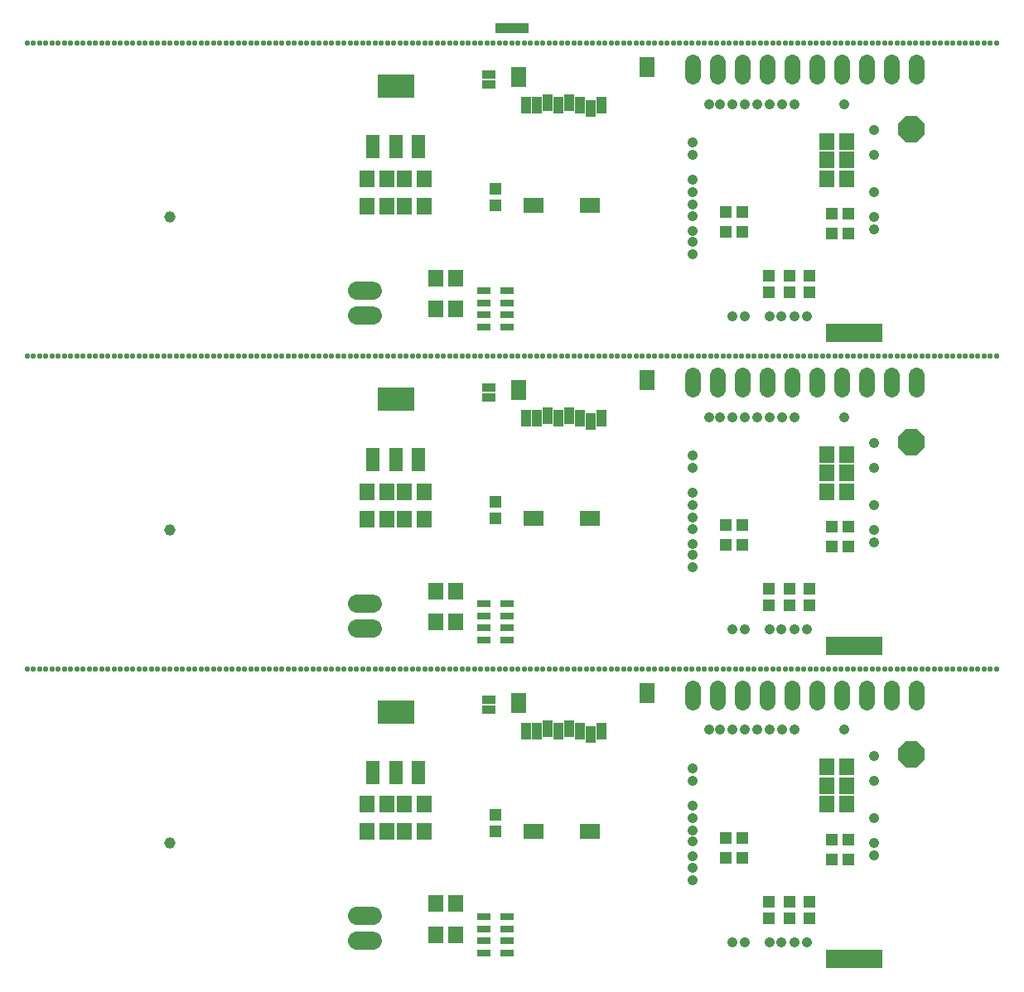
<source format=gbs>
G75*
%MOIN*%
%OFA0B0*%
%FSLAX24Y24*%
%IPPOS*%
%LPD*%
%AMOC8*
5,1,8,0,0,1.08239X$1,22.5*
%
%ADD10R,0.2250X0.0750*%
%ADD11C,0.0454*%
%ADD12C,0.0230*%
%ADD13R,0.1329X0.0394*%
%ADD14R,0.0474X0.0513*%
%ADD15R,0.0513X0.0474*%
%ADD16R,0.0789X0.0631*%
%ADD17R,0.0631X0.0828*%
%ADD18R,0.0395X0.0671*%
%ADD19R,0.0580X0.0330*%
%ADD20R,0.0592X0.0710*%
%ADD21C,0.0640*%
%ADD22OC8,0.1080*%
%ADD23R,0.0560X0.0960*%
%ADD24R,0.1497X0.0946*%
%ADD25C,0.0720*%
%ADD26R,0.0552X0.0277*%
%ADD27C,0.0410*%
D10*
X040185Y002698D03*
X040185Y015296D03*
X040185Y027895D03*
D11*
X012665Y007370D03*
X012665Y019968D03*
X012665Y032567D03*
D12*
X012680Y026978D03*
X012930Y026978D03*
X013180Y026978D03*
X013430Y026978D03*
X013680Y026978D03*
X013930Y026978D03*
X014180Y026978D03*
X014430Y026978D03*
X014680Y026978D03*
X014930Y026978D03*
X015180Y026978D03*
X015430Y026978D03*
X015680Y026978D03*
X015930Y026978D03*
X016180Y026978D03*
X016430Y026978D03*
X016680Y026978D03*
X016930Y026978D03*
X017180Y026978D03*
X017430Y026978D03*
X017680Y026978D03*
X017930Y026978D03*
X018180Y026978D03*
X018430Y026978D03*
X018680Y026978D03*
X018930Y026978D03*
X019180Y026978D03*
X019430Y026978D03*
X019680Y026978D03*
X019930Y026978D03*
X020180Y026978D03*
X020430Y026978D03*
X020680Y026978D03*
X020930Y026978D03*
X021180Y026978D03*
X021430Y026978D03*
X021680Y026978D03*
X021930Y026978D03*
X022180Y026978D03*
X022430Y026978D03*
X022680Y026978D03*
X022930Y026978D03*
X023180Y026978D03*
X023430Y026978D03*
X023680Y026978D03*
X023930Y026978D03*
X024180Y026978D03*
X024430Y026978D03*
X024680Y026978D03*
X024930Y026978D03*
X025180Y026978D03*
X025430Y026978D03*
X025680Y026978D03*
X025930Y026978D03*
X026180Y026978D03*
X026430Y026978D03*
X026680Y026978D03*
X026930Y026978D03*
X027180Y026978D03*
X027430Y026978D03*
X027680Y026978D03*
X027930Y026978D03*
X028180Y026978D03*
X028430Y026978D03*
X028680Y026978D03*
X028930Y026978D03*
X029180Y026978D03*
X029430Y026978D03*
X029680Y026978D03*
X029930Y026978D03*
X030180Y026978D03*
X030430Y026978D03*
X030680Y026978D03*
X030930Y026978D03*
X031180Y026978D03*
X031430Y026978D03*
X031680Y026978D03*
X031930Y026978D03*
X032180Y026978D03*
X032430Y026978D03*
X032680Y026978D03*
X032930Y026978D03*
X033180Y026978D03*
X033430Y026978D03*
X033680Y026978D03*
X033930Y026978D03*
X034180Y026978D03*
X034430Y026978D03*
X034680Y026978D03*
X034930Y026978D03*
X035180Y026978D03*
X035430Y026978D03*
X035680Y026978D03*
X035930Y026978D03*
X036180Y026978D03*
X036430Y026978D03*
X036680Y026978D03*
X036930Y026978D03*
X037180Y026978D03*
X037430Y026978D03*
X037680Y026978D03*
X037930Y026978D03*
X038180Y026978D03*
X038430Y026978D03*
X038680Y026978D03*
X038930Y026978D03*
X039180Y026978D03*
X039430Y026978D03*
X039680Y026978D03*
X039930Y026978D03*
X040180Y026978D03*
X040430Y026978D03*
X040680Y026978D03*
X040930Y026978D03*
X041180Y026978D03*
X041430Y026978D03*
X041680Y026978D03*
X041930Y026978D03*
X042180Y026978D03*
X042430Y026978D03*
X042680Y026978D03*
X042930Y026978D03*
X043180Y026978D03*
X043430Y026978D03*
X043680Y026978D03*
X043930Y026978D03*
X044180Y026978D03*
X044430Y026978D03*
X044680Y026978D03*
X044930Y026978D03*
X045180Y026978D03*
X045430Y026978D03*
X045680Y026978D03*
X045930Y026978D03*
X045930Y039576D03*
X045680Y039576D03*
X045430Y039576D03*
X045180Y039576D03*
X044930Y039576D03*
X044680Y039576D03*
X044430Y039576D03*
X044180Y039576D03*
X043930Y039576D03*
X043680Y039576D03*
X043430Y039576D03*
X043180Y039576D03*
X042930Y039576D03*
X042680Y039576D03*
X042430Y039576D03*
X042180Y039576D03*
X041930Y039576D03*
X041680Y039576D03*
X041430Y039576D03*
X041180Y039576D03*
X040930Y039576D03*
X040680Y039576D03*
X040430Y039576D03*
X040180Y039576D03*
X039930Y039576D03*
X039680Y039576D03*
X039430Y039576D03*
X039180Y039576D03*
X038930Y039576D03*
X038680Y039576D03*
X038430Y039576D03*
X038180Y039576D03*
X037930Y039576D03*
X037680Y039576D03*
X037430Y039576D03*
X037180Y039576D03*
X036930Y039576D03*
X036680Y039576D03*
X036430Y039576D03*
X036180Y039576D03*
X035930Y039576D03*
X035680Y039576D03*
X035430Y039576D03*
X035180Y039576D03*
X034930Y039576D03*
X034680Y039576D03*
X034430Y039576D03*
X034180Y039576D03*
X033930Y039576D03*
X033680Y039576D03*
X033430Y039576D03*
X033180Y039576D03*
X032930Y039576D03*
X032680Y039576D03*
X032430Y039576D03*
X032180Y039576D03*
X031930Y039576D03*
X031680Y039576D03*
X031430Y039576D03*
X031180Y039576D03*
X030930Y039576D03*
X030680Y039576D03*
X030430Y039576D03*
X030180Y039576D03*
X029930Y039576D03*
X029680Y039576D03*
X029430Y039576D03*
X029180Y039576D03*
X028930Y039576D03*
X028680Y039576D03*
X028430Y039576D03*
X028180Y039576D03*
X027930Y039576D03*
X027680Y039576D03*
X027430Y039576D03*
X027180Y039576D03*
X026930Y039576D03*
X026680Y039576D03*
X026430Y039576D03*
X026180Y039576D03*
X025930Y039576D03*
X025680Y039576D03*
X025430Y039576D03*
X025180Y039576D03*
X024930Y039576D03*
X024680Y039576D03*
X024430Y039576D03*
X024180Y039576D03*
X023930Y039576D03*
X023680Y039576D03*
X023430Y039576D03*
X023180Y039576D03*
X022930Y039576D03*
X022680Y039576D03*
X022430Y039576D03*
X022180Y039576D03*
X021930Y039576D03*
X021680Y039576D03*
X021430Y039576D03*
X021180Y039576D03*
X020930Y039576D03*
X020680Y039576D03*
X020430Y039576D03*
X020180Y039576D03*
X019930Y039576D03*
X019680Y039576D03*
X019430Y039576D03*
X019180Y039576D03*
X018930Y039576D03*
X018680Y039576D03*
X018430Y039576D03*
X018180Y039576D03*
X017930Y039576D03*
X017680Y039576D03*
X017430Y039576D03*
X017180Y039576D03*
X016930Y039576D03*
X016680Y039576D03*
X016430Y039576D03*
X016180Y039576D03*
X015930Y039576D03*
X015680Y039576D03*
X015430Y039576D03*
X015180Y039576D03*
X014930Y039576D03*
X014680Y039576D03*
X014430Y039576D03*
X014180Y039576D03*
X013930Y039576D03*
X013680Y039576D03*
X013430Y039576D03*
X013180Y039576D03*
X012930Y039576D03*
X012680Y039576D03*
X012430Y039576D03*
X012180Y039576D03*
X011930Y039576D03*
X011680Y039576D03*
X011430Y039576D03*
X011180Y039576D03*
X010930Y039576D03*
X010680Y039576D03*
X010430Y039576D03*
X010180Y039576D03*
X009930Y039576D03*
X009680Y039576D03*
X009430Y039576D03*
X009180Y039576D03*
X008930Y039576D03*
X008680Y039576D03*
X008430Y039576D03*
X008180Y039576D03*
X007930Y039576D03*
X007680Y039576D03*
X007430Y039576D03*
X007180Y039576D03*
X006930Y039576D03*
X006930Y026978D03*
X007180Y026978D03*
X007430Y026978D03*
X007680Y026978D03*
X007930Y026978D03*
X008180Y026978D03*
X008430Y026978D03*
X008680Y026978D03*
X008930Y026978D03*
X009180Y026978D03*
X009430Y026978D03*
X009680Y026978D03*
X009930Y026978D03*
X010180Y026978D03*
X010430Y026978D03*
X010680Y026978D03*
X010930Y026978D03*
X011180Y026978D03*
X011430Y026978D03*
X011680Y026978D03*
X011930Y026978D03*
X012180Y026978D03*
X012430Y026978D03*
X012430Y014379D03*
X012680Y014379D03*
X012930Y014379D03*
X013180Y014379D03*
X013430Y014379D03*
X013680Y014379D03*
X013930Y014379D03*
X014180Y014379D03*
X014430Y014379D03*
X014680Y014379D03*
X014930Y014379D03*
X015180Y014379D03*
X015430Y014379D03*
X015680Y014379D03*
X015930Y014379D03*
X016180Y014379D03*
X016430Y014379D03*
X016680Y014379D03*
X016930Y014379D03*
X017180Y014379D03*
X017430Y014379D03*
X017680Y014379D03*
X017930Y014379D03*
X018180Y014379D03*
X018430Y014379D03*
X018680Y014379D03*
X018930Y014379D03*
X019180Y014379D03*
X019430Y014379D03*
X019680Y014379D03*
X019930Y014379D03*
X020180Y014379D03*
X020430Y014379D03*
X020680Y014379D03*
X020930Y014379D03*
X021180Y014379D03*
X021430Y014379D03*
X021680Y014379D03*
X021930Y014379D03*
X022180Y014379D03*
X022430Y014379D03*
X022680Y014379D03*
X022930Y014379D03*
X023180Y014379D03*
X023430Y014379D03*
X023680Y014379D03*
X023930Y014379D03*
X024180Y014379D03*
X024430Y014379D03*
X024680Y014379D03*
X024930Y014379D03*
X025180Y014379D03*
X025430Y014379D03*
X025680Y014379D03*
X025930Y014379D03*
X026180Y014379D03*
X026430Y014379D03*
X026680Y014379D03*
X026930Y014379D03*
X027180Y014379D03*
X027430Y014379D03*
X027680Y014379D03*
X027930Y014379D03*
X028180Y014379D03*
X028430Y014379D03*
X028680Y014379D03*
X028930Y014379D03*
X029180Y014379D03*
X029430Y014379D03*
X029680Y014379D03*
X029930Y014379D03*
X030180Y014379D03*
X030430Y014379D03*
X030680Y014379D03*
X030930Y014379D03*
X031180Y014379D03*
X031430Y014379D03*
X031680Y014379D03*
X031930Y014379D03*
X032180Y014379D03*
X032430Y014379D03*
X032680Y014379D03*
X032930Y014379D03*
X033180Y014379D03*
X033430Y014379D03*
X033680Y014379D03*
X033930Y014379D03*
X034180Y014379D03*
X034430Y014379D03*
X034680Y014379D03*
X034930Y014379D03*
X035180Y014379D03*
X035430Y014379D03*
X035680Y014379D03*
X035930Y014379D03*
X036180Y014379D03*
X036430Y014379D03*
X036680Y014379D03*
X036930Y014379D03*
X037180Y014379D03*
X037430Y014379D03*
X037680Y014379D03*
X037930Y014379D03*
X038180Y014379D03*
X038430Y014379D03*
X038680Y014379D03*
X038930Y014379D03*
X039180Y014379D03*
X039430Y014379D03*
X039680Y014379D03*
X039930Y014379D03*
X040180Y014379D03*
X040430Y014379D03*
X040680Y014379D03*
X040930Y014379D03*
X041180Y014379D03*
X041430Y014379D03*
X041680Y014379D03*
X041930Y014379D03*
X042180Y014379D03*
X042430Y014379D03*
X042680Y014379D03*
X042930Y014379D03*
X043180Y014379D03*
X043430Y014379D03*
X043680Y014379D03*
X043930Y014379D03*
X044180Y014379D03*
X044430Y014379D03*
X044680Y014379D03*
X044930Y014379D03*
X045180Y014379D03*
X045430Y014379D03*
X045680Y014379D03*
X045930Y014379D03*
X012180Y014379D03*
X011930Y014379D03*
X011680Y014379D03*
X011430Y014379D03*
X011180Y014379D03*
X010930Y014379D03*
X010680Y014379D03*
X010430Y014379D03*
X010180Y014379D03*
X009930Y014379D03*
X009680Y014379D03*
X009430Y014379D03*
X009180Y014379D03*
X008930Y014379D03*
X008680Y014379D03*
X008430Y014379D03*
X008180Y014379D03*
X007930Y014379D03*
X007680Y014379D03*
X007430Y014379D03*
X007180Y014379D03*
X006930Y014379D03*
D13*
X026420Y040165D03*
D14*
X035025Y032770D03*
X035694Y032770D03*
X035694Y031970D03*
X035025Y031970D03*
X039285Y031890D03*
X039954Y031890D03*
X039954Y032690D03*
X039285Y032690D03*
X035694Y020171D03*
X035025Y020171D03*
X035025Y019371D03*
X035694Y019371D03*
X039285Y019291D03*
X039954Y019291D03*
X039954Y020091D03*
X039285Y020091D03*
X039285Y007493D03*
X039954Y007493D03*
X039954Y006693D03*
X039285Y006693D03*
X035694Y006773D03*
X035025Y006773D03*
X035025Y007573D03*
X035694Y007573D03*
D15*
X036760Y005007D03*
X036760Y004338D03*
X037600Y004338D03*
X037600Y005007D03*
X038400Y005007D03*
X038400Y004338D03*
X025760Y007838D03*
X025760Y008507D03*
X036760Y016937D03*
X036760Y017606D03*
X037600Y017606D03*
X037600Y016937D03*
X038400Y016937D03*
X038400Y017606D03*
X025760Y020437D03*
X025760Y021106D03*
X036760Y029535D03*
X036760Y030204D03*
X037600Y030204D03*
X037600Y029535D03*
X038400Y029535D03*
X038400Y030204D03*
X025760Y033035D03*
X025760Y033704D03*
D16*
X027317Y033027D03*
X029561Y033027D03*
X029561Y020429D03*
X027317Y020429D03*
X027317Y007830D03*
X029561Y007830D03*
D17*
X026687Y013007D03*
X031864Y013401D03*
X026687Y025606D03*
X031864Y026000D03*
X026687Y038204D03*
X031864Y038598D03*
D18*
X030029Y037082D03*
X029596Y036925D03*
X029163Y037082D03*
X028730Y037161D03*
X028297Y037082D03*
X027864Y037161D03*
X027431Y037082D03*
X026998Y037082D03*
X027864Y024563D03*
X028297Y024484D03*
X028730Y024563D03*
X029163Y024484D03*
X029596Y024326D03*
X030029Y024484D03*
X027431Y024484D03*
X026998Y024484D03*
X027864Y011964D03*
X028297Y011885D03*
X028730Y011964D03*
X029163Y011885D03*
X029596Y011728D03*
X030029Y011885D03*
X027431Y011885D03*
X026998Y011885D03*
D19*
X025510Y012723D03*
X025510Y013123D03*
X025510Y025321D03*
X025510Y025721D03*
X025510Y037920D03*
X025510Y038320D03*
D20*
X022903Y034120D03*
X022116Y034120D03*
X021403Y034120D03*
X020616Y034120D03*
X020616Y033020D03*
X021403Y033020D03*
X022116Y033020D03*
X022903Y033020D03*
X023366Y030120D03*
X024153Y030120D03*
X024153Y028870D03*
X023366Y028870D03*
X022903Y021521D03*
X022116Y021521D03*
X021403Y021521D03*
X020616Y021521D03*
X020616Y020421D03*
X021403Y020421D03*
X022116Y020421D03*
X022903Y020421D03*
X023366Y017521D03*
X024153Y017521D03*
X024153Y016271D03*
X023366Y016271D03*
X022903Y008923D03*
X022116Y008923D03*
X021403Y008923D03*
X020616Y008923D03*
X020616Y007823D03*
X021403Y007823D03*
X022116Y007823D03*
X022903Y007823D03*
X023366Y004923D03*
X024153Y004923D03*
X024153Y003673D03*
X023366Y003673D03*
X039116Y008923D03*
X039903Y008923D03*
X039903Y009673D03*
X039903Y010423D03*
X039116Y010423D03*
X039116Y009673D03*
X039116Y021521D03*
X039903Y021521D03*
X039903Y022271D03*
X039116Y022271D03*
X039116Y023021D03*
X039903Y023021D03*
X039903Y034120D03*
X039903Y034870D03*
X039116Y034870D03*
X039116Y034120D03*
X039116Y035620D03*
X039903Y035620D03*
D21*
X039710Y038230D02*
X039710Y038790D01*
X040710Y038790D02*
X040710Y038230D01*
X041710Y038230D02*
X041710Y038790D01*
X042710Y038790D02*
X042710Y038230D01*
X038710Y038230D02*
X038710Y038790D01*
X037710Y038790D02*
X037710Y038230D01*
X036710Y038230D02*
X036710Y038790D01*
X035710Y038790D02*
X035710Y038230D01*
X034710Y038230D02*
X034710Y038790D01*
X033710Y038790D02*
X033710Y038230D01*
X033710Y026191D02*
X033710Y025631D01*
X034710Y025631D02*
X034710Y026191D01*
X035710Y026191D02*
X035710Y025631D01*
X036710Y025631D02*
X036710Y026191D01*
X037710Y026191D02*
X037710Y025631D01*
X038710Y025631D02*
X038710Y026191D01*
X039710Y026191D02*
X039710Y025631D01*
X040710Y025631D02*
X040710Y026191D01*
X041710Y026191D02*
X041710Y025631D01*
X042710Y025631D02*
X042710Y026191D01*
X042710Y013593D02*
X042710Y013033D01*
X041710Y013033D02*
X041710Y013593D01*
X040710Y013593D02*
X040710Y013033D01*
X039710Y013033D02*
X039710Y013593D01*
X038710Y013593D02*
X038710Y013033D01*
X037710Y013033D02*
X037710Y013593D01*
X036710Y013593D02*
X036710Y013033D01*
X035710Y013033D02*
X035710Y013593D01*
X034710Y013593D02*
X034710Y013033D01*
X033710Y013033D02*
X033710Y013593D01*
D22*
X042510Y010923D03*
X042510Y023521D03*
X042510Y036120D03*
D23*
X022670Y035400D03*
X021760Y035400D03*
X020850Y035400D03*
X020850Y022801D03*
X021760Y022801D03*
X022670Y022801D03*
X022670Y010203D03*
X021760Y010203D03*
X020850Y010203D03*
D24*
X021760Y012643D03*
X021760Y025241D03*
X021760Y037840D03*
D25*
X020830Y029620D02*
X020190Y029620D01*
X020190Y028620D02*
X020830Y028620D01*
X020830Y017021D02*
X020190Y017021D01*
X020190Y016021D02*
X020830Y016021D01*
X020830Y004423D02*
X020190Y004423D01*
X020190Y003423D02*
X020830Y003423D01*
D26*
X025287Y003427D03*
X025287Y003919D03*
X025287Y004411D03*
X026232Y004411D03*
X026232Y003919D03*
X026232Y003427D03*
X026232Y002935D03*
X025287Y002935D03*
X025287Y015533D03*
X025287Y016025D03*
X025287Y016517D03*
X025287Y017009D03*
X026232Y017009D03*
X026232Y016517D03*
X026232Y016025D03*
X026232Y015533D03*
X026232Y028131D03*
X026232Y028624D03*
X026232Y029116D03*
X026232Y029608D03*
X025287Y029608D03*
X025287Y029116D03*
X025287Y028624D03*
X025287Y028131D03*
D27*
X033710Y031070D03*
X033710Y031570D03*
X033710Y032020D03*
X033710Y032620D03*
X033710Y033070D03*
X033710Y033570D03*
X033710Y034070D03*
X033710Y035070D03*
X033710Y035570D03*
X034360Y037120D03*
X034810Y037120D03*
X035310Y037120D03*
X035810Y037120D03*
X036310Y037120D03*
X036810Y037120D03*
X037310Y037120D03*
X037810Y037120D03*
X039810Y037120D03*
X041010Y036070D03*
X041010Y035070D03*
X041010Y033570D03*
X041010Y032570D03*
X041000Y032070D03*
X038310Y028570D03*
X037810Y028570D03*
X037271Y028570D03*
X036799Y028570D03*
X035810Y028570D03*
X035310Y028570D03*
X035310Y024521D03*
X035810Y024521D03*
X036310Y024521D03*
X036810Y024521D03*
X037310Y024521D03*
X037810Y024521D03*
X039810Y024521D03*
X041010Y023471D03*
X041010Y022471D03*
X041010Y020971D03*
X041010Y019971D03*
X041000Y019471D03*
X038310Y015971D03*
X037810Y015971D03*
X037271Y015971D03*
X036799Y015971D03*
X035810Y015971D03*
X035310Y015971D03*
X033710Y018471D03*
X033710Y018971D03*
X033710Y019421D03*
X033710Y020021D03*
X033710Y020471D03*
X033710Y020971D03*
X033710Y021471D03*
X033710Y022471D03*
X033710Y022971D03*
X034360Y024521D03*
X034810Y024521D03*
X034810Y011923D03*
X034360Y011923D03*
X035310Y011923D03*
X035810Y011923D03*
X036310Y011923D03*
X036810Y011923D03*
X037310Y011923D03*
X037810Y011923D03*
X039810Y011923D03*
X041010Y010873D03*
X041010Y009873D03*
X041010Y008373D03*
X041010Y007373D03*
X041000Y006873D03*
X038310Y003373D03*
X037810Y003373D03*
X037271Y003373D03*
X036799Y003373D03*
X035810Y003373D03*
X035310Y003373D03*
X033710Y005873D03*
X033710Y006373D03*
X033710Y006823D03*
X033710Y007423D03*
X033710Y007873D03*
X033710Y008373D03*
X033710Y008873D03*
X033710Y009873D03*
X033710Y010373D03*
M02*

</source>
